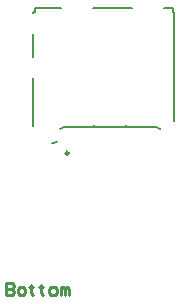
<source format=gbo>
G04*
G04 #@! TF.GenerationSoftware,Altium Limited,Altium Designer,24.0.1 (36)*
G04*
G04 Layer_Color=32896*
%FSLAX44Y44*%
%MOMM*%
G71*
G04*
G04 #@! TF.SameCoordinates,BFD44B55-2052-4A58-B096-8A348341E0BB*
G04*
G04*
G04 #@! TF.FilePolarity,Positive*
G04*
G01*
G75*
%ADD10C,0.2500*%
%ADD11C,0.2000*%
%ADD14C,0.2540*%
D10*
X118125Y147875D02*
G03*
X118125Y147875I-1250J0D01*
G01*
D11*
X139622Y171375D02*
G03*
X138622Y170375I0J-1000D01*
G01*
X167622D02*
G03*
X166622Y171375I-1000J0D01*
G01*
X105175Y156375D02*
G03*
X108622Y157753I0J5000D01*
G01*
X166622Y171375D02*
G03*
X165622Y170375I0J-1000D01*
G01*
X140622D02*
G03*
X139622Y171375I-1000J0D01*
G01*
X115175Y170375D02*
G03*
X111079Y168243I0J-5000D01*
G01*
X195768Y168384D02*
G03*
X191775Y170375I-3993J-3009D01*
G01*
X140622Y170375D02*
X165622D01*
X198725Y270375D02*
X201425D01*
X89375Y267175D02*
Y270375D01*
X88175Y267175D02*
X89375D01*
Y270375D02*
X91225D01*
X139025D02*
X171725D01*
X206475Y267175D02*
Y270375D01*
X207675Y175375D02*
Y267175D01*
X201425Y270375D02*
X206475D01*
X91225D02*
X112025D01*
X88175Y266375D02*
Y267175D01*
X167622Y170375D02*
X191775D01*
X206475Y267175D02*
X207675D01*
X115175Y170375D02*
X138622D01*
X88175Y229375D02*
Y248375D01*
X88235Y170875D02*
Y211375D01*
X104025Y156375D02*
X105175D01*
D14*
X65031Y37537D02*
Y27540D01*
X70029D01*
X71695Y29206D01*
Y30872D01*
X70029Y32538D01*
X65031D01*
X70029D01*
X71695Y34204D01*
Y35871D01*
X70029Y37537D01*
X65031D01*
X76694Y27540D02*
X80026D01*
X81692Y29206D01*
Y32538D01*
X80026Y34204D01*
X76694D01*
X75027Y32538D01*
Y29206D01*
X76694Y27540D01*
X86690Y35871D02*
Y34204D01*
X85024D01*
X88357D01*
X86690D01*
Y29206D01*
X88357Y27540D01*
X95021Y35871D02*
Y34204D01*
X93355D01*
X96687D01*
X95021D01*
Y29206D01*
X96687Y27540D01*
X103352D02*
X106684D01*
X108350Y29206D01*
Y32538D01*
X106684Y34204D01*
X103352D01*
X101685Y32538D01*
Y29206D01*
X103352Y27540D01*
X111682D02*
Y34204D01*
X113349D01*
X115015Y32538D01*
Y27540D01*
Y32538D01*
X116681Y34204D01*
X118347Y32538D01*
Y27540D01*
M02*

</source>
